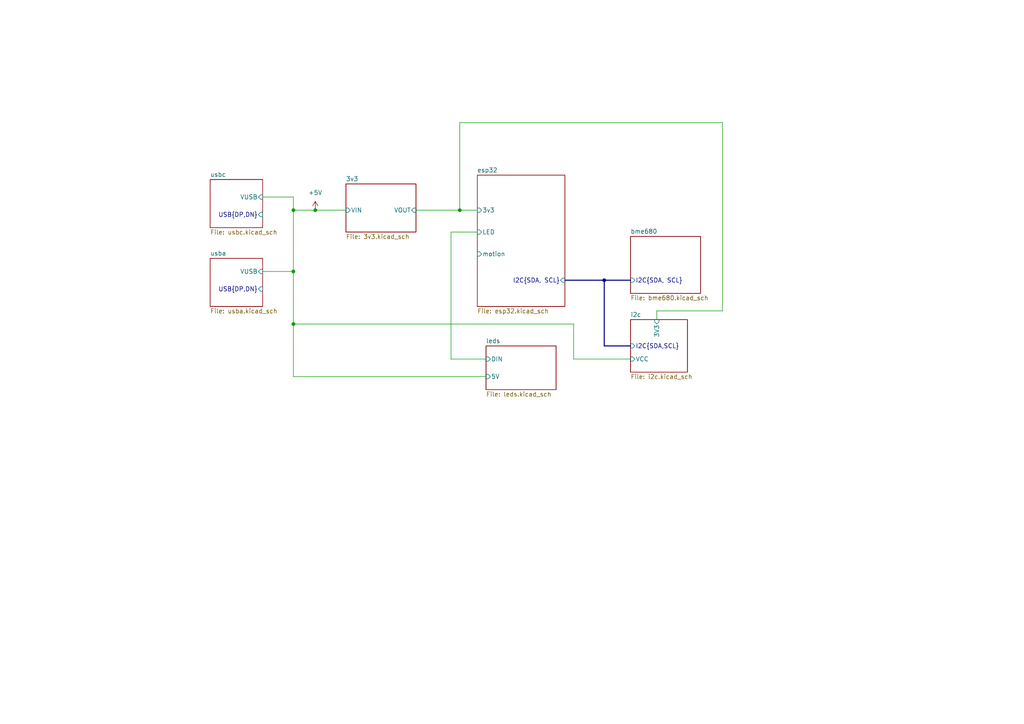
<source format=kicad_sch>
(kicad_sch (version 20231120) (generator "eeschema") (generator_version "8.0")
  (paper "A4")
  (lib_symbols
    (symbol "power:+5V" (power) (pin_numbers hide) (pin_names (offset 0) hide)
      (property "Value" "+5V" (at 0 3.556 0))
      (symbol "+5V_0_1"
        (polyline (pts (xy -0.762 1.27) (xy 0 2.54)))
        (polyline (pts (xy 0 0) (xy 0 2.54)))
        (polyline (pts (xy 0 2.54) (xy 0.762 1.27)))
      )
      (symbol "+5V_1_1"
        (pin power_in line (at 0 0 90) (length 0) (name "~") (number "1"))
      )
    )
  )
  (junction (at 133.35 60.96))
  (junction (at 175.26 81.28))
  (junction (at 91.44 60.96))
  (junction (at 85.09 78.74))
  (junction (at 85.09 93.98))
  (junction (at 85.09 60.96))
  (wire (pts (xy 133.35 35.56) (xy 133.35 60.96)))
  (wire (pts (xy 85.09 60.96) (xy 91.44 60.96)))
  (wire (pts (xy 85.09 109.22) (xy 85.09 93.98)))
  (wire (pts (xy 166.37 93.98) (xy 85.09 93.98)))
  (wire (pts (xy 140.97 109.22) (xy 85.09 109.22)))
  (bus (pts (xy 182.88 100.33) (xy 175.26 100.33)))
  (bus (pts (xy 175.26 81.28) (xy 182.88 81.28)))
  (wire (pts (xy 209.55 90.17) (xy 209.55 35.56)))
  (wire (pts (xy 130.81 104.14) (xy 130.81 67.31)))
  (wire (pts (xy 190.5 90.17) (xy 209.55 90.17)))
  (bus (pts (xy 175.26 100.33) (xy 175.26 81.28)))
  (wire (pts (xy 209.55 35.56) (xy 133.35 35.56)))
  (wire (pts (xy 85.09 57.15) (xy 85.09 60.96)))
  (bus (pts (xy 163.83 81.28) (xy 175.26 81.28)))
  (wire (pts (xy 120.65 60.96) (xy 133.35 60.96)))
  (wire (pts (xy 85.09 93.98) (xy 85.09 78.74)))
  (wire (pts (xy 166.37 104.14) (xy 166.37 93.98)))
  (wire (pts (xy 190.5 92.71) (xy 190.5 90.17)))
  (wire (pts (xy 133.35 60.96) (xy 138.43 60.96)))
  (wire (pts (xy 76.2 78.74) (xy 85.09 78.74)))
  (wire (pts (xy 85.09 78.74) (xy 85.09 60.96)))
  (wire (pts (xy 140.97 104.14) (xy 130.81 104.14)))
  (wire (pts (xy 76.2 57.15) (xy 85.09 57.15)))
  (wire (pts (xy 130.81 67.31) (xy 138.43 67.31)))
  (wire (pts (xy 182.88 104.14) (xy 166.37 104.14)))
  (wire (pts (xy 91.44 60.96) (xy 100.33 60.96)))
  (symbol (lib_id "power:+5V") (at 91.44 60.96 0) (unit 1)
    (property "Reference" "#PWR0102" (effects (hide yes)))
    (property "Value" "+5V" (at 91.44 55.88 0))
    (property "Description" "Power symbol creates a global label with name \"+5V\"" (effects (hide yes)))
  )
  (sheet (at 100.33 53.34) (size 20.32 13.97) (stroke (width 0.1524))
    (property "Sheetname" "3v3" (at 100.33 52.6284 0) (effects (justify left bottom)))
    (property "Sheetfile" "3v3.kicad_sch" (at 100.33 67.8946 0) (effects (justify left top)))
    (pin "VIN" input (at 100.33 60.96 180))
    (pin "VOUT" input (at 120.65 60.96 0))
  )
  (sheet (at 138.43 50.8) (size 25.4 38.1) (stroke (width 0.1524))
    (property "Sheetname" "esp32" (at 138.43 50.0884 0) (effects (justify left bottom)))
    (property "Sheetfile" "esp32.kicad_sch" (at 138.43 89.4846 0) (effects (justify left top)))
    (pin "3v3" input (at 138.43 60.96 180))
    (pin "LED" input (at 138.43 67.31 180))
    (pin "motion" input (at 138.43 73.66 180))
    (pin "I2C{SDA, SCL}" input (at 163.83 81.28 0))
  )
  (sheet (at 182.88 68.58) (size 20.32 16.51) (stroke (width 0.1524))
    (property "Sheetname" "bme680" (at 182.88 67.8684 0) (effects (justify left bottom)))
    (property "Sheetfile" "bme680.kicad_sch" (at 182.88 85.6746 0) (effects (justify left top)))
    (pin "I2C{SDA, SCL}" input (at 182.88 81.28 180))
  )
  (sheet (at 140.97 100.33) (size 20.32 12.7) (stroke (width 0.1524))
    (property "Sheetname" "leds" (at 140.97 99.6184 0) (effects (justify left bottom)))
    (property "Sheetfile" "leds.kicad_sch" (at 140.97 113.6146 0) (effects (justify left top)))
    (pin "5V" input (at 140.97 109.22 180))
    (pin "DIN" input (at 140.97 104.14 180))
  )
  (sheet (at 182.88 92.71) (size 16.51 15.24) (stroke (width 0.1524))
    (property "Sheetname" "i2c" (at 182.88 91.9984 0) (effects (justify left bottom)))
    (property "Sheetfile" "i2c.kicad_sch" (at 182.88 108.5346 0) (effects (justify left top)))
    (pin "3V3" input (at 190.5 92.71 90))
    (pin "VCC" input (at 182.88 104.14 180))
    (pin "I2C{SDA,SCL}" input (at 182.88 100.33 180))
  )
  (sheet (at 60.96 74.93) (size 15.24 13.97) (stroke (width 0.1524))
    (property "Sheetname" "usba" (at 60.96 74.2184 0) (effects (justify left bottom)))
    (property "Sheetfile" "usba.kicad_sch" (at 60.96 89.4846 0) (effects (justify left top)))
    (pin "USB{DP,DN}" input (at 76.2 83.82 0))
    (pin "VUSB" input (at 76.2 78.74 0))
  )
  (sheet (at 60.96 52.07) (size 15.24 13.97) (stroke (width 0.1524))
    (property "Sheetname" "usbc" (at 60.96 51.3584 0) (effects (justify left bottom)))
    (property "Sheetfile" "usbc.kicad_sch" (at 60.96 66.6246 0) (effects (justify left top)))
    (pin "VUSB" input (at 76.2 57.15 0))
    (pin "USB{DP,DN}" input (at 76.2 62.23 0))
  )
)
</source>
